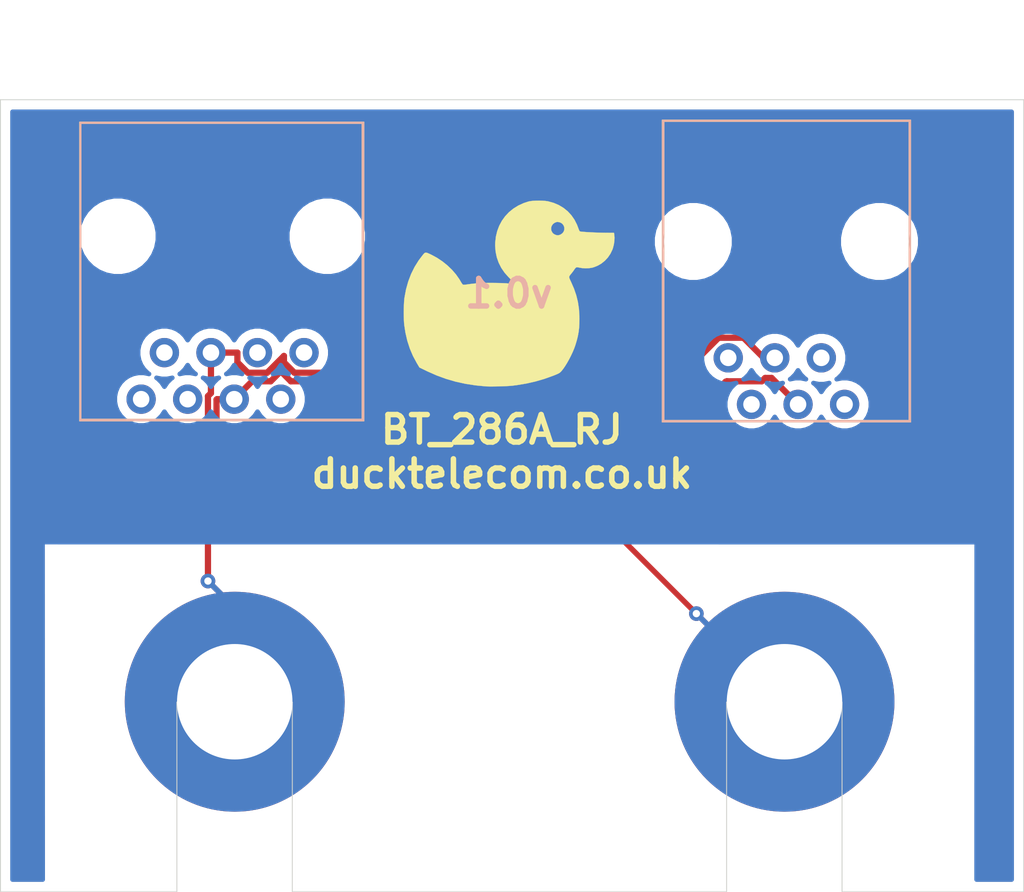
<source format=kicad_pcb>
(kicad_pcb (version 20171130) (host pcbnew "(5.1.10-1-10_14)")

  (general
    (thickness 1.6)
    (drawings 14)
    (tracks 187)
    (zones 0)
    (modules 4)
    (nets 13)
  )

  (page A4)
  (layers
    (0 F.Cu signal)
    (31 B.Cu signal)
    (32 B.Adhes user)
    (33 F.Adhes user)
    (34 B.Paste user)
    (35 F.Paste user)
    (36 B.SilkS user)
    (37 F.SilkS user)
    (38 B.Mask user)
    (39 F.Mask user)
    (40 Dwgs.User user)
    (41 Cmts.User user)
    (42 Eco1.User user)
    (43 Eco2.User user)
    (44 Edge.Cuts user)
    (45 Margin user)
    (46 B.CrtYd user)
    (47 F.CrtYd user)
    (48 B.Fab user)
    (49 F.Fab user)
  )

  (setup
    (last_trace_width 0.127)
    (user_trace_width 0.3)
    (user_trace_width 0.34)
    (user_trace_width 0.8)
    (trace_clearance 0.127)
    (zone_clearance 0.508)
    (zone_45_only no)
    (trace_min 0.127)
    (via_size 0.8)
    (via_drill 0.4)
    (via_min_size 0.4)
    (via_min_drill 0.3)
    (uvia_size 0.3)
    (uvia_drill 0.1)
    (uvias_allowed no)
    (uvia_min_size 0.2)
    (uvia_min_drill 0.1)
    (edge_width 0.05)
    (segment_width 0.2)
    (pcb_text_width 0.3)
    (pcb_text_size 1.5 1.5)
    (mod_edge_width 0.12)
    (mod_text_size 1 1)
    (mod_text_width 0.15)
    (pad_size 12 12)
    (pad_drill 6.3)
    (pad_to_mask_clearance 0)
    (aux_axis_origin 0 0)
    (visible_elements FFFFFF7F)
    (pcbplotparams
      (layerselection 0x010fc_ffffffff)
      (usegerberextensions true)
      (usegerberattributes true)
      (usegerberadvancedattributes true)
      (creategerberjobfile true)
      (excludeedgelayer true)
      (linewidth 0.100000)
      (plotframeref false)
      (viasonmask false)
      (mode 1)
      (useauxorigin false)
      (hpglpennumber 1)
      (hpglpenspeed 20)
      (hpglpendiameter 15.000000)
      (psnegative false)
      (psa4output false)
      (plotreference true)
      (plotvalue true)
      (plotinvisibletext false)
      (padsonsilk false)
      (subtractmaskfromsilk true)
      (outputformat 1)
      (mirror false)
      (drillshape 0)
      (scaleselection 1)
      (outputdirectory "/Users/matthew/Documents/KicadExports/BT_286A_RJ/"))
  )

  (net 0 "")
  (net 1 "Net-(J1-Pad7)")
  (net 2 "Net-(J1-Pad3)")
  (net 3 "Net-(J1-Pad1)")
  (net 4 "Net-(J1-Pad2)")
  (net 5 "Net-(J1-Pad6)")
  (net 6 "Net-(J1-Pad8)")
  (net 7 "Net-(J3-Pad5)")
  (net 8 "Net-(J3-Pad1)")
  (net 9 "Net-(J3-Pad2)")
  (net 10 "Net-(J3-Pad6)")
  (net 11 /TEL+)
  (net 12 /TEL-)

  (net_class Default "This is the default net class."
    (clearance 0.127)
    (trace_width 0.127)
    (via_dia 0.8)
    (via_drill 0.4)
    (uvia_dia 0.3)
    (uvia_drill 0.1)
    (diff_pair_width 0.2)
    (diff_pair_gap 0.1)
    (add_net /TEL+)
    (add_net /TEL-)
    (add_net "Net-(J1-Pad1)")
    (add_net "Net-(J1-Pad2)")
    (add_net "Net-(J1-Pad3)")
    (add_net "Net-(J1-Pad6)")
    (add_net "Net-(J1-Pad7)")
    (add_net "Net-(J1-Pad8)")
    (add_net "Net-(J3-Pad1)")
    (add_net "Net-(J3-Pad2)")
    (add_net "Net-(J3-Pad5)")
    (add_net "Net-(J3-Pad6)")
  )

  (module Ali_Footprint_Libraries:duck (layer F.Cu) (tedit 0) (tstamp 614C0AA7)
    (at 142.63878 48.16094)
    (fp_text reference Ref** (at 0 0) (layer F.SilkS) hide
      (effects (font (size 1.27 1.27) (thickness 0.15)))
    )
    (fp_text value Val** (at 0 0) (layer F.SilkS) hide
      (effects (font (size 1.27 1.27) (thickness 0.15)))
    )
    (fp_poly (pts (xy 3.9712 10.702812) (xy 4.128754 10.713908) (xy 4.2633 10.73186) (xy 4.296834 10.738439)
      (xy 4.599136 10.823609) (xy 4.878102 10.943347) (xy 5.132086 11.096198) (xy 5.359446 11.280704)
      (xy 5.558534 11.495406) (xy 5.727708 11.738847) (xy 5.865322 12.009569) (xy 5.933622 12.189136)
      (xy 5.962326 12.267492) (xy 5.990229 12.331711) (xy 6.011954 12.369611) (xy 6.014517 12.372436)
      (xy 6.044339 12.381853) (xy 6.111486 12.391701) (xy 6.210956 12.401705) (xy 6.337748 12.411588)
      (xy 6.486859 12.421075) (xy 6.653287 12.429891) (xy 6.832029 12.437759) (xy 7.018085 12.444404)
      (xy 7.206452 12.44955) (xy 7.392127 12.452921) (xy 7.492644 12.453928) (xy 7.883872 12.456584)
      (xy 7.898883 12.54125) (xy 7.914335 12.712681) (xy 7.906203 12.904764) (xy 7.87607 13.104109)
      (xy 7.825522 13.297329) (xy 7.80124 13.366491) (xy 7.695246 13.590023) (xy 7.555595 13.796108)
      (xy 7.387615 13.978804) (xy 7.196633 14.132167) (xy 7.024532 14.232892) (xy 6.921465 14.279386)
      (xy 6.812468 14.32146) (xy 6.714959 14.352639) (xy 6.678084 14.361682) (xy 6.504647 14.385754)
      (xy 6.317478 14.391215) (xy 6.136116 14.378129) (xy 6.030137 14.359603) (xy 5.94952 14.344309)
      (xy 5.87981 14.336437) (xy 5.835895 14.337657) (xy 5.835458 14.337766) (xy 5.798775 14.361667)
      (xy 5.754092 14.410373) (xy 5.725669 14.450737) (xy 5.677192 14.522173) (xy 5.615594 14.60521)
      (xy 5.565104 14.668552) (xy 5.505389 14.740433) (xy 5.465186 14.794988) (xy 5.444081 14.841517)
      (xy 5.44166 14.889319) (xy 5.45751 14.947695) (xy 5.491216 15.025944) (xy 5.542364 15.133366)
      (xy 5.544237 15.13729) (xy 5.703821 15.504639) (xy 5.826839 15.864226) (xy 5.915328 16.225089)
      (xy 5.971323 16.596266) (xy 5.996862 16.986794) (xy 5.999001 17.155584) (xy 5.994212 17.422589)
      (xy 5.979282 17.660867) (xy 5.952219 17.883232) (xy 5.91103 18.102499) (xy 5.853722 18.331482)
      (xy 5.778302 18.582996) (xy 5.775834 18.590726) (xy 5.712161 18.768848) (xy 5.631655 18.961088)
      (xy 5.538353 19.160055) (xy 5.43629 19.35836) (xy 5.329502 19.548612) (xy 5.222024 19.723422)
      (xy 5.117894 19.875399) (xy 5.021146 19.997152) (xy 4.988343 20.032737) (xy 4.948991 20.069782)
      (xy 4.904574 20.102566) (xy 4.847731 20.134954) (xy 4.771099 20.17081) (xy 4.667317 20.213999)
      (xy 4.569217 20.252753) (xy 4.088672 20.424683) (xy 3.604934 20.565851) (xy 3.108584 20.678562)
      (xy 2.590198 20.765122) (xy 2.3495 20.795891) (xy 2.243064 20.805802) (xy 2.104414 20.814981)
      (xy 1.942303 20.823185) (xy 1.765484 20.83017) (xy 1.582711 20.83569) (xy 1.402736 20.839501)
      (xy 1.234313 20.841358) (xy 1.086194 20.841017) (xy 0.967134 20.838233) (xy 0.92075 20.835816)
      (xy 0.337336 20.780577) (xy -0.220498 20.694541) (xy -0.757451 20.576497) (xy -1.278223 20.425234)
      (xy -1.787514 20.239542) (xy -2.290021 20.018209) (xy -2.3341 19.996972) (xy -2.73145 19.804213)
      (xy -2.878507 19.558267) (xy -3.084117 19.176235) (xy -3.254896 18.775429) (xy -3.391622 18.35349)
      (xy -3.495075 17.908057) (xy -3.55927 17.49425) (xy -3.571857 17.356458) (xy -3.580618 17.187691)
      (xy -3.585626 16.997591) (xy -3.586953 16.795802) (xy -3.584673 16.591966) (xy -3.578858 16.395724)
      (xy -3.569581 16.216721) (xy -3.556917 16.064598) (xy -3.547893 15.991417) (xy -3.462951 15.539368)
      (xy -3.34249 15.109167) (xy -3.18679 14.701463) (xy -2.996127 14.316901) (xy -2.77078 13.956129)
      (xy -2.550116 13.666184) (xy -2.498076 13.604624) (xy -2.455388 13.562448) (xy -2.414463 13.539429)
      (xy -2.367709 13.535345) (xy -2.307539 13.549968) (xy -2.226361 13.583075) (xy -2.116587 13.63444)
      (xy -2.079353 13.652226) (xy -1.773956 13.816909) (xy -1.48182 14.011317) (xy -1.208265 14.230599)
      (xy -0.958608 14.469906) (xy -0.738169 14.724389) (xy -0.552265 14.989199) (xy -0.482576 15.108104)
      (xy -0.438827 15.18212) (xy -0.397816 15.242085) (xy -0.366824 15.277598) (xy -0.361073 15.28167)
      (xy -0.317593 15.288968) (xy -0.237215 15.28562) (xy -0.125078 15.271954) (xy 0.067018 15.245324)
      (xy 0.246434 15.224628) (xy 0.422658 15.209288) (xy 0.605179 15.198727) (xy 0.803486 15.192367)
      (xy 1.027066 15.189633) (xy 1.227667 15.189655) (xy 1.39738 15.191101) (xy 1.56329 15.193891)
      (xy 1.717832 15.197797) (xy 1.853442 15.202587) (xy 1.962553 15.208031) (xy 2.037601 15.213899)
      (xy 2.042584 15.214458) (xy 2.13887 15.224332) (xy 2.203476 15.226764) (xy 2.246454 15.221402)
      (xy 2.27786 15.207893) (xy 2.280709 15.206107) (xy 2.317136 15.174422) (xy 2.329978 15.137491)
      (xy 2.317243 15.090888) (xy 2.276938 15.030184) (xy 2.207071 14.950951) (xy 2.131239 14.8739)
      (xy 1.914378 14.630884) (xy 1.734484 14.367915) (xy 1.592342 14.087018) (xy 1.488736 13.790218)
      (xy 1.424453 13.479541) (xy 1.400276 13.157012) (xy 1.403257 12.996334) (xy 1.439066 12.669287)
      (xy 1.512872 12.359109) (xy 1.583332 12.172786) (xy 4.455387 12.172786) (xy 4.455478 12.282179)
      (xy 4.475522 12.351076) (xy 4.523108 12.442369) (xy 4.582767 12.505503) (xy 4.66725 12.554358)
      (xy 4.771186 12.58799) (xy 4.868396 12.585832) (xy 4.972839 12.54753) (xy 4.974803 12.546542)
      (xy 5.074005 12.475508) (xy 5.141439 12.383501) (xy 5.17579 12.278401) (xy 5.175746 12.168092)
      (xy 5.139993 12.060455) (xy 5.071311 11.967411) (xy 4.987355 11.907091) (xy 4.886644 11.869671)
      (xy 4.786092 11.86064) (xy 4.755437 11.864907) (xy 4.644207 11.907061) (xy 4.554173 11.977545)
      (xy 4.489759 12.068681) (xy 4.455387 12.172786) (xy 1.583332 12.172786) (xy 1.62301 12.067864)
      (xy 1.767814 11.797617) (xy 1.945621 11.550432) (xy 2.154767 11.328373) (xy 2.393587 11.133505)
      (xy 2.660416 10.967891) (xy 2.953591 10.833597) (xy 3.216682 10.747138) (xy 3.327115 10.725256)
      (xy 3.468595 10.709795) (xy 3.63031 10.700842) (xy 3.801448 10.698486) (xy 3.9712 10.702812)) (layer F.SilkS) (width 0.01))
  )

  (module Ali_Footprint_Libraries:BT_286A_TERMINALS (layer F.Cu) (tedit 614B7E45) (tstamp 614A8B29)
    (at 144.82826 86.20506)
    (path /614A3B16)
    (fp_text reference J2 (at 0.0508 7.0739) (layer F.SilkS) hide
      (effects (font (size 1 1) (thickness 0.15)))
    )
    (fp_text value Conn_01x02_Male (at 0.0508 -7.2644) (layer F.SilkS) hide
      (effects (font (size 1 1) (thickness 0.15)))
    )
    (fp_line (start -25.3 -8.525) (end 25.3 -8.525) (layer F.CrtYd) (width 0.12))
    (fp_line (start -25.3 8.525) (end 25.3 8.525) (layer B.CrtYd) (width 0.12))
    (fp_line (start 25.3 -8.525) (end 25.3 8.525) (layer B.CrtYd) (width 0.12))
    (fp_line (start -25.3 -8.525) (end -25.3 8.525) (layer B.CrtYd) (width 0.12))
    (fp_line (start -25.3 -8.525) (end -25.3 8.525) (layer F.CrtYd) (width 0.12))
    (fp_line (start 25.3 -8.525) (end 25.3 8.525) (layer F.CrtYd) (width 0.12))
    (fp_line (start -25.3 -8.525) (end 25.3 -8.525) (layer F.CrtYd) (width 0.12))
    (fp_line (start -25.3 8.525) (end 25.3 8.525) (layer F.CrtYd) (width 0.12))
    (pad 1 thru_hole circle (at -15 0) (size 12 12) (drill 6.3) (layers *.Cu *.Mask)
      (net 11 /TEL+))
    (pad 2 thru_hole circle (at 15 0) (size 12 12) (drill 6.3) (layers *.Cu *.Mask)
      (net 12 /TEL-))
  )

  (module Ali_Footprint_Libraries:AliExpress_Horizontal_RJ45 (layer F.Cu) (tedit 61490C90) (tstamp 614A8B1B)
    (at 129.14122 63.15202 180)
    (path /614A4D6D)
    (fp_text reference J1 (at 0.508 -9.652) (layer F.SilkS) hide
      (effects (font (size 1.27 1.27) (thickness 0.15)))
    )
    (fp_text value RJ45 (at 0.508 1.778) (layer F.SilkS) hide
      (effects (font (size 1.27 1.27) (thickness 0.15)))
    )
    (fp_poly (pts (xy 8.043334 8.847667) (xy -8.001 8.847667) (xy -8.001 -7.874) (xy -7.874 -7.874)
      (xy -7.874 8.720667) (xy 7.916334 8.720667) (xy 7.916334 -7.874) (xy -7.874 -7.874)
      (xy -8.001 -7.874) (xy -8.001 -8.001) (xy 8.043334 -8.001) (xy 8.043334 8.847667)) (layer B.CrtYd) (width 0.01))
    (fp_poly (pts (xy 7.789334 8.593667) (xy -7.747 8.593667) (xy -7.747 -7.62) (xy -7.62 -7.62)
      (xy -7.62 8.487834) (xy 7.6835 8.487834) (xy 7.6835 -7.62) (xy -7.62 -7.62)
      (xy -7.747 -7.62) (xy -7.747 -7.747) (xy 7.789334 -7.747) (xy 7.789334 8.593667)) (layer B.SilkS) (width 0.01))
    (fp_poly (pts (xy 8.043334 8.847667) (xy -8.001 8.847667) (xy -8.001 -7.874) (xy -7.874 -7.874)
      (xy -7.874 8.720667) (xy 7.916334 8.720667) (xy 7.916334 -7.874) (xy -7.874 -7.874)
      (xy -8.001 -7.874) (xy -8.001 -8.001) (xy 8.043334 -8.001) (xy 8.043334 8.847667)) (layer F.CrtYd) (width 0.01))
    (fp_poly (pts (xy 7.789334 8.593667) (xy -7.747 8.593667) (xy -7.747 -7.62) (xy -7.62 -7.62)
      (xy -7.62 8.487834) (xy 7.6835 8.487834) (xy 7.6835 -7.62) (xy -7.62 -7.62)
      (xy -7.747 -7.62) (xy -7.747 -7.747) (xy 7.789334 -7.747) (xy 7.789334 8.593667)) (layer F.SilkS) (width 0.01))
    (pad "" np_thru_hole circle (at -5.738649 2.347993 180) (size 3.1 3.1) (drill 3.1) (layers *.Cu *.Mask))
    (pad "" np_thru_hole circle (at 5.691351 2.347993 180) (size 3.1 3.1) (drill 3.1) (layers *.Cu *.Mask))
    (pad 7 thru_hole circle (at 3.15135 -4.002005 180) (size 1.6 1.6) (drill 0.9) (layers *.Cu *.Mask)
      (net 1 "Net-(J1-Pad7)"))
    (pad 5 thru_hole circle (at 0.611349 -4.002005 180) (size 1.6 1.6) (drill 0.9) (layers *.Cu *.Mask)
      (net 11 /TEL+))
    (pad 3 thru_hole circle (at -1.928652 -4.002005 180) (size 1.6 1.6) (drill 0.9) (layers *.Cu *.Mask)
      (net 2 "Net-(J1-Pad3)"))
    (pad 1 thru_hole circle (at -4.468653 -4.002005 180) (size 1.6 1.6) (drill 0.9) (layers *.Cu *.Mask)
      (net 3 "Net-(J1-Pad1)"))
    (pad 2 thru_hole circle (at -3.198656 -6.541998 180) (size 1.6 1.6) (drill 0.9) (layers *.Cu *.Mask)
      (net 4 "Net-(J1-Pad2)"))
    (pad 4 thru_hole circle (at -0.658655 -6.541998 180) (size 1.6 1.6) (drill 0.9) (layers *.Cu *.Mask)
      (net 12 /TEL-))
    (pad 6 thru_hole circle (at 1.881346 -6.541998 180) (size 1.6 1.6) (drill 0.9) (layers *.Cu *.Mask)
      (net 5 "Net-(J1-Pad6)"))
    (pad 8 thru_hole circle (at 4.421351 -6.541998 180) (size 1.6 1.6) (drill 0.9) (layers *.Cu *.Mask)
      (net 6 "Net-(J1-Pad8)"))
  )

  (module Ali_Footprint_Libraries:AliExpress_Horizontal_RJ11 (layer F.Cu) (tedit 61490CC4) (tstamp 614A7F60)
    (at 160.16478 63.57112 180)
    (path /614A444F)
    (fp_text reference J3 (at 0.4953 -8.9281) (layer F.SilkS) hide
      (effects (font (size 1.27 1.27) (thickness 0.15)))
    )
    (fp_text value RJ12 (at 0.7112 2.5654) (layer F.SilkS) hide
      (effects (font (size 1.27 1.27) (thickness 0.15)))
    )
    (fp_poly (pts (xy 7.890934 9.292167) (xy -7.433733 9.292167) (xy -7.433733 -7.4295) (xy -7.306733 -7.4295)
      (xy -7.306733 9.165167) (xy 7.763934 9.165167) (xy 7.763934 -7.4295) (xy -7.306733 -7.4295)
      (xy -7.433733 -7.4295) (xy -7.433733 -7.5565) (xy 7.890934 -7.5565) (xy 7.890934 9.292167)) (layer B.CrtYd) (width 0.01))
    (fp_poly (pts (xy 7.0231 9.122834) (xy -6.5659 9.122834) (xy -6.5659 -7.260166) (xy -6.4389 -7.260166)
      (xy -6.4389 9.017) (xy 6.8961 9.017) (xy 6.8961 -7.260166) (xy -6.4389 -7.260166)
      (xy -6.5659 -7.260166) (xy -6.5659 -7.387166) (xy 7.0231 -7.387166) (xy 7.0231 9.122834)) (layer B.SilkS) (width 0.01))
    (fp_poly (pts (xy 7.890934 9.292167) (xy -7.433733 9.292167) (xy -7.433733 -7.4295) (xy -7.306733 -7.4295)
      (xy -7.306733 9.165167) (xy 7.763934 9.165167) (xy 7.763934 -7.4295) (xy -7.306733 -7.4295)
      (xy -7.433733 -7.4295) (xy -7.433733 -7.5565) (xy 7.890934 -7.5565) (xy 7.890934 9.292167)) (layer F.CrtYd) (width 0.01))
    (fp_poly (pts (xy 7.0231 9.122834) (xy -6.5659 9.122834) (xy -6.5659 -7.260166) (xy -6.4389 -7.260166)
      (xy -6.4389 9.017) (xy 6.8961 9.017) (xy 6.8961 -7.260166) (xy -6.4389 -7.260166)
      (xy -6.5659 -7.260166) (xy -6.5659 -7.387166) (xy 7.0231 -7.387166) (xy 7.0231 9.122834)) (layer F.SilkS) (width 0.01))
    (pad 5 thru_hole circle (at 2.136824 -6.408001 180) (size 1.6 1.6) (drill 0.9) (layers *.Cu *.Mask)
      (net 7 "Net-(J3-Pad5)"))
    (pad 3 thru_hole circle (at -0.403177 -6.408001 180) (size 1.6 1.6) (drill 0.9) (layers *.Cu *.Mask)
      (net 12 /TEL-))
    (pad 1 thru_hole circle (at -2.943178 -6.408001 180) (size 1.6 1.6) (drill 0.9) (layers *.Cu *.Mask)
      (net 8 "Net-(J3-Pad1)"))
    (pad 2 thru_hole circle (at -1.673174 -3.868007 180) (size 1.6 1.6) (drill 0.9) (layers *.Cu *.Mask)
      (net 9 "Net-(J3-Pad2)"))
    (pad 4 thru_hole circle (at 0.866827 -3.868007 180) (size 1.6 1.6) (drill 0.9) (layers *.Cu *.Mask)
      (net 11 /TEL+))
    (pad 6 thru_hole circle (at 3.406828 -3.868007 180) (size 1.6 1.6) (drill 0.9) (layers *.Cu *.Mask)
      (net 10 "Net-(J3-Pad6)"))
    (pad "" np_thru_hole circle (at -4.848177 2.482002 180) (size 3.180007 3.180007) (drill 3.180007) (layers *.Cu *.Mask))
    (pad "" np_thru_hole circle (at 5.311827 2.482002 180) (size 3.180007 3.180007) (drill 3.180007) (layers *.Cu *.Mask))
  )

  (gr_text v0.1 (at 144.78508 63.92926) (layer B.SilkS)
    (effects (font (size 1.5 1.5) (thickness 0.3)) (justify mirror))
  )
  (gr_text "BT_286A_RJ\nducktelecom.co.uk" (at 144.40408 72.56272) (layer F.SilkS)
    (effects (font (size 1.5 1.5) (thickness 0.3)))
  )
  (gr_line (start 156.6698 86.23046) (end 162.9698 86.233) (layer Edge.Cuts) (width 0.05) (tstamp 614B80F7))
  (gr_line (start 126.6698 86.23046) (end 132.9698 86.233) (layer Edge.Cuts) (width 0.05) (tstamp 614B80E0))
  (gr_line (start 156.6698 86.23046) (end 156.6698 96.56572) (layer Edge.Cuts) (width 0.05) (tstamp 614B8017))
  (gr_line (start 162.9698 86.233) (end 162.9698 96.56826) (layer Edge.Cuts) (width 0.05) (tstamp 614B8017))
  (gr_line (start 126.6698 86.23046) (end 126.6698 96.56572) (layer Edge.Cuts) (width 0.05) (tstamp 614B7FA6))
  (gr_line (start 126.6698 96.56826) (end 117.0432 96.56826) (layer Edge.Cuts) (width 0.05) (tstamp 614A84D0))
  (gr_line (start 132.9698 86.233) (end 132.9698 96.56826) (layer Edge.Cuts) (width 0.05))
  (gr_line (start 156.6698 96.56826) (end 132.9698 96.56826) (layer Edge.Cuts) (width 0.05) (tstamp 614A85FC))
  (gr_line (start 172.88256 53.3527) (end 117.0432 53.3527) (layer Edge.Cuts) (width 0.05) (tstamp 614A8482))
  (gr_line (start 117.0432 53.3527) (end 117.0432 96.56826) (layer Edge.Cuts) (width 0.05))
  (gr_line (start 162.9698 96.56826) (end 172.88256 96.56826) (layer Edge.Cuts) (width 0.05) (tstamp 614A8300))
  (gr_line (start 172.88256 53.3527) (end 172.88256 96.56826) (layer Edge.Cuts) (width 0.05))

  (segment (start 158.688401 67.439127) (end 159.297953 67.439127) (width 0.34) (layer F.Cu) (net 11))
  (segment (start 156.231391 66.342126) (end 157.5914 66.342126) (width 0.34) (layer F.Cu) (net 11))
  (segment (start 154.322491 68.251026) (end 156.231391 66.342126) (width 0.34) (layer F.Cu) (net 11))
  (segment (start 133.083312 68.251026) (end 154.322491 68.251026) (width 0.34) (layer F.Cu) (net 11))
  (segment (start 132.512872 67.680586) (end 133.083312 68.251026) (width 0.34) (layer F.Cu) (net 11))
  (segment (start 132.512872 67.334587) (end 132.512872 67.680586) (width 0.34) (layer F.Cu) (net 11))
  (segment (start 131.596433 68.251026) (end 132.512872 67.334587) (width 0.34) (layer F.Cu) (net 11))
  (segment (start 129.972871 67.154025) (end 129.972871 67.680586) (width 0.34) (layer F.Cu) (net 11))
  (segment (start 130.543311 68.251026) (end 131.596433 68.251026) (width 0.34) (layer F.Cu) (net 11))
  (segment (start 157.5914 66.342126) (end 158.688401 67.439127) (width 0.34) (layer F.Cu) (net 11))
  (segment (start 128.529871 67.154025) (end 129.972871 67.154025) (width 0.34) (layer F.Cu) (net 11))
  (segment (start 129.972871 67.680586) (end 130.543311 68.251026) (width 0.34) (layer F.Cu) (net 11))
  (segment (start 128.3667 84.7435) (end 129.82826 86.20506) (width 0.34) (layer F.Cu) (net 11))
  (segment (start 128.3667 77.232348) (end 128.3667 79.61866) (width 0.34) (layer F.Cu) (net 11))
  (segment (start 128.363013 77.199625) (end 128.3667 77.232348) (width 0.34) (layer F.Cu) (net 11))
  (segment (start 128.352137 77.168543) (end 128.363013 77.199625) (width 0.34) (layer F.Cu) (net 11))
  (segment (start 128.252368 77.08898) (end 128.28345 77.099856) (width 0.34) (layer F.Cu) (net 11))
  (segment (start 128.186923 77.081607) (end 128.252368 77.08898) (width 0.34) (layer F.Cu) (net 11))
  (segment (start 128.104674 77.029926) (end 128.127959 77.053211) (width 0.34) (layer F.Cu) (net 11))
  (segment (start 128.087154 77.002044) (end 128.104674 77.029926) (width 0.34) (layer F.Cu) (net 11))
  (segment (start 128.072592 76.93824) (end 128.076278 76.970962) (width 0.34) (layer F.Cu) (net 11))
  (segment (start 128.072592 76.552348) (end 128.072592 76.93824) (width 0.34) (layer F.Cu) (net 11))
  (segment (start 128.076278 76.519625) (end 128.072592 76.552348) (width 0.34) (layer F.Cu) (net 11))
  (segment (start 128.087154 76.488543) (end 128.076278 76.519625) (width 0.34) (layer F.Cu) (net 11))
  (segment (start 128.104674 76.460661) (end 128.087154 76.488543) (width 0.34) (layer F.Cu) (net 11))
  (segment (start 128.186923 76.40898) (end 128.155841 76.419856) (width 0.34) (layer F.Cu) (net 11))
  (segment (start 128.252368 76.401607) (end 128.186923 76.40898) (width 0.34) (layer F.Cu) (net 11))
  (segment (start 128.28345 76.390731) (end 128.252368 76.401607) (width 0.34) (layer F.Cu) (net 11))
  (segment (start 128.334617 76.349926) (end 128.311332 76.373211) (width 0.34) (layer F.Cu) (net 11))
  (segment (start 128.334617 77.140661) (end 128.352137 77.168543) (width 0.34) (layer F.Cu) (net 11))
  (segment (start 128.363013 76.290962) (end 128.352137 76.322044) (width 0.34) (layer F.Cu) (net 11))
  (segment (start 128.3667 75.54196) (end 128.3667 76.25824) (width 0.34) (layer F.Cu) (net 11))
  (segment (start 128.358176 75.466302) (end 128.3667 75.54196) (width 0.34) (layer F.Cu) (net 11))
  (segment (start 128.155841 77.070731) (end 128.186923 77.081607) (width 0.34) (layer F.Cu) (net 11))
  (segment (start 128.127959 76.437376) (end 128.104674 76.460661) (width 0.34) (layer F.Cu) (net 11))
  (segment (start 128.292523 75.329973) (end 128.33303 75.394439) (width 0.34) (layer F.Cu) (net 11))
  (segment (start 128.174221 75.23563) (end 128.238687 75.276137) (width 0.34) (layer F.Cu) (net 11))
  (segment (start 128.311332 76.373211) (end 128.28345 76.390731) (width 0.34) (layer F.Cu) (net 11))
  (segment (start 128.0267 75.20196) (end 128.102358 75.210484) (width 0.34) (layer F.Cu) (net 11))
  (segment (start 122.722129 75.20196) (end 128.0267 75.20196) (width 0.34) (layer F.Cu) (net 11))
  (segment (start 122.574609 75.168289) (end 122.646472 75.193435) (width 0.34) (layer F.Cu) (net 11))
  (segment (start 122.510143 75.127782) (end 122.574609 75.168289) (width 0.34) (layer F.Cu) (net 11))
  (segment (start 122.456307 75.073946) (end 122.510143 75.127782) (width 0.34) (layer F.Cu) (net 11))
  (segment (start 122.510143 74.596137) (end 122.456307 74.649973) (width 0.34) (layer F.Cu) (net 11))
  (segment (start 128.311332 77.117376) (end 128.334617 77.140661) (width 0.34) (layer F.Cu) (net 11))
  (segment (start 128.076278 76.970962) (end 128.087154 77.002044) (width 0.34) (layer F.Cu) (net 11))
  (segment (start 122.4158 75.00948) (end 122.456307 75.073946) (width 0.34) (layer F.Cu) (net 11))
  (segment (start 122.574609 74.55563) (end 122.510143 74.596137) (width 0.34) (layer F.Cu) (net 11))
  (segment (start 122.646472 74.530484) (end 122.574609 74.55563) (width 0.34) (layer F.Cu) (net 11))
  (segment (start 122.722129 73.32196) (end 122.646472 73.330484) (width 0.34) (layer F.Cu) (net 11))
  (segment (start 122.390654 73.586302) (end 122.382129 73.66196) (width 0.34) (layer F.Cu) (net 11))
  (segment (start 128.0267 74.52196) (end 122.722129 74.52196) (width 0.34) (layer F.Cu) (net 11))
  (segment (start 122.390654 74.937617) (end 122.4158 75.00948) (width 0.34) (layer F.Cu) (net 11))
  (segment (start 128.102358 74.513435) (end 128.0267 74.52196) (width 0.34) (layer F.Cu) (net 11))
  (segment (start 122.4158 74.714439) (end 122.390654 74.786302) (width 0.34) (layer F.Cu) (net 11))
  (segment (start 128.238687 74.447782) (end 128.174221 74.488289) (width 0.34) (layer F.Cu) (net 11))
  (segment (start 128.102358 75.210484) (end 128.174221 75.23563) (width 0.34) (layer F.Cu) (net 11))
  (segment (start 128.33303 74.32948) (end 128.292523 74.393946) (width 0.34) (layer F.Cu) (net 11))
  (segment (start 128.352137 76.322044) (end 128.334617 76.349926) (width 0.34) (layer F.Cu) (net 11))
  (segment (start 128.358176 74.266302) (end 128.3667 74.34196) (width 0.34) (layer F.Cu) (net 11))
  (segment (start 122.4158 73.80948) (end 122.456307 73.873946) (width 0.34) (layer F.Cu) (net 11))
  (segment (start 128.33303 74.194439) (end 128.358176 74.266302) (width 0.34) (layer F.Cu) (net 11))
  (segment (start 128.102358 74.010484) (end 128.174221 74.03563) (width 0.34) (layer F.Cu) (net 11))
  (segment (start 128.174221 74.488289) (end 128.102358 74.513435) (width 0.34) (layer F.Cu) (net 11))
  (segment (start 122.722129 74.52196) (end 122.646472 74.530484) (width 0.34) (layer F.Cu) (net 11))
  (segment (start 128.292523 74.129973) (end 128.33303 74.194439) (width 0.34) (layer F.Cu) (net 11))
  (segment (start 128.127959 77.053211) (end 128.155841 77.070731) (width 0.34) (layer F.Cu) (net 11))
  (segment (start 128.33303 75.394439) (end 128.358176 75.466302) (width 0.34) (layer F.Cu) (net 11))
  (segment (start 128.292523 74.393946) (end 128.238687 74.447782) (width 0.34) (layer F.Cu) (net 11))
  (segment (start 122.510143 73.927782) (end 122.574609 73.968289) (width 0.34) (layer F.Cu) (net 11))
  (segment (start 128.0267 74.00196) (end 128.102358 74.010484) (width 0.34) (layer F.Cu) (net 11))
  (segment (start 122.722129 74.00196) (end 128.0267 74.00196) (width 0.34) (layer F.Cu) (net 11))
  (segment (start 122.646472 73.993435) (end 122.722129 74.00196) (width 0.34) (layer F.Cu) (net 11))
  (segment (start 122.574609 73.968289) (end 122.646472 73.993435) (width 0.34) (layer F.Cu) (net 11))
  (segment (start 122.382129 74.86196) (end 122.390654 74.937617) (width 0.34) (layer F.Cu) (net 11))
  (segment (start 122.4158 73.514439) (end 122.390654 73.586302) (width 0.34) (layer F.Cu) (net 11))
  (segment (start 128.3667 76.25824) (end 128.363013 76.290962) (width 0.34) (layer F.Cu) (net 11))
  (segment (start 128.358176 73.057617) (end 128.33303 73.12948) (width 0.34) (layer F.Cu) (net 11))
  (segment (start 122.390654 74.786302) (end 122.382129 74.86196) (width 0.34) (layer F.Cu) (net 11))
  (segment (start 128.529871 67.154025) (end 128.529871 69.363799) (width 0.34) (layer F.Cu) (net 11))
  (segment (start 122.456307 73.873946) (end 122.510143 73.927782) (width 0.34) (layer F.Cu) (net 11))
  (segment (start 122.574609 73.35563) (end 122.510143 73.396137) (width 0.34) (layer F.Cu) (net 11))
  (segment (start 122.510143 73.396137) (end 122.456307 73.449973) (width 0.34) (layer F.Cu) (net 11))
  (segment (start 122.646472 73.330484) (end 122.574609 73.35563) (width 0.34) (layer F.Cu) (net 11))
  (segment (start 128.155841 76.419856) (end 128.127959 76.437376) (width 0.34) (layer F.Cu) (net 11))
  (segment (start 128.3667 74.34196) (end 128.3667 74.18196) (width 0.34) (layer F.Cu) (net 11))
  (segment (start 128.529871 69.363799) (end 128.3667 69.52697) (width 0.34) (layer F.Cu) (net 11))
  (segment (start 122.390654 73.737617) (end 122.4158 73.80948) (width 0.34) (layer F.Cu) (net 11))
  (segment (start 128.238687 75.276137) (end 128.292523 75.329973) (width 0.34) (layer F.Cu) (net 11))
  (segment (start 128.238687 74.076137) (end 128.292523 74.129973) (width 0.34) (layer F.Cu) (net 11))
  (segment (start 122.646472 75.193435) (end 122.722129 75.20196) (width 0.34) (layer F.Cu) (net 11))
  (segment (start 128.174221 73.288289) (end 128.102358 73.313435) (width 0.34) (layer F.Cu) (net 11))
  (segment (start 122.456307 73.449973) (end 122.4158 73.514439) (width 0.34) (layer F.Cu) (net 11))
  (segment (start 128.0267 73.32196) (end 122.722129 73.32196) (width 0.34) (layer F.Cu) (net 11))
  (segment (start 128.358176 74.257617) (end 128.33303 74.32948) (width 0.34) (layer F.Cu) (net 11))
  (segment (start 128.238687 73.247782) (end 128.174221 73.288289) (width 0.34) (layer F.Cu) (net 11))
  (segment (start 128.292523 73.193946) (end 128.238687 73.247782) (width 0.34) (layer F.Cu) (net 11))
  (segment (start 122.382129 73.66196) (end 122.390654 73.737617) (width 0.34) (layer F.Cu) (net 11))
  (segment (start 128.33303 73.12948) (end 128.292523 73.193946) (width 0.34) (layer F.Cu) (net 11))
  (segment (start 128.28345 77.099856) (end 128.311332 77.117376) (width 0.34) (layer F.Cu) (net 11))
  (segment (start 122.456307 74.649973) (end 122.4158 74.714439) (width 0.34) (layer F.Cu) (net 11))
  (segment (start 128.3667 72.98196) (end 128.358176 73.057617) (width 0.34) (layer F.Cu) (net 11))
  (segment (start 128.3667 74.18196) (end 128.358176 74.257617) (width 0.34) (layer F.Cu) (net 11))
  (segment (start 128.174221 74.03563) (end 128.238687 74.076137) (width 0.34) (layer F.Cu) (net 11))
  (segment (start 128.3667 69.52697) (end 128.3667 72.98196) (width 0.34) (layer F.Cu) (net 11))
  (segment (start 128.102358 73.313435) (end 128.0267 73.32196) (width 0.34) (layer F.Cu) (net 11))
  (via (at 128.3667 79.61866) (size 0.8) (drill 0.4) (layers F.Cu B.Cu) (net 11) (status 1000000))
  (segment (start 129.82837 81.08033) (end 129.82837 85.929724) (width 0.3) (layer B.Cu) (net 11))
  (segment (start 128.3667 79.61866) (end 129.82837 81.08033) (width 0.3) (layer B.Cu) (net 11))
  (segment (start 129.82837 81.08033) (end 129.82837 85.929724) (width 0.3) (layer F.Cu) (net 11))
  (segment (start 128.3667 79.61866) (end 129.82837 81.08033) (width 0.3) (layer F.Cu) (net 11))
  (segment (start 128.8337 77.3) (end 150.9232 77.3) (width 0.3) (layer F.Cu) (net 12))
  (segment (start 150.9232 77.3) (end 155.01939 81.39619) (width 0.3) (layer F.Cu) (net 12))
  (segment (start 159.552813 85.929613) (end 159.82837 85.929724) (width 0.3) (layer F.Cu) (net 12))
  (segment (start 128.86009 69.694018) (end 129.799875 69.694018) (width 0.34) (layer F.Cu) (net 12))
  (segment (start 128.8337 69.720408) (end 128.86009 69.694018) (width 0.34) (layer F.Cu) (net 12))
  (segment (start 128.8337 77.3) (end 128.8337 69.720408) (width 0.34) (layer F.Cu) (net 12))
  (segment (start 156.63898 68.732579) (end 156.670062 68.721703) (width 0.34) (layer F.Cu) (net 12))
  (segment (start 156.570293 68.801266) (end 156.587813 68.773384) (width 0.34) (layer F.Cu) (net 12))
  (segment (start 156.523648 68.956757) (end 156.541168 68.928875) (width 0.34) (layer F.Cu) (net 12))
  (segment (start 156.500363 68.980042) (end 156.523648 68.956757) (width 0.34) (layer F.Cu) (net 12))
  (segment (start 156.441399 69.008438) (end 156.472481 68.997562) (width 0.34) (layer F.Cu) (net 12))
  (segment (start 156.702785 68.718017) (end 158.589503 68.718017) (width 0.34) (layer F.Cu) (net 12))
  (segment (start 156.408677 69.012125) (end 156.441399 69.008438) (width 0.34) (layer F.Cu) (net 12))
  (segment (start 156.022785 69.012125) (end 156.408677 69.012125) (width 0.34) (layer F.Cu) (net 12))
  (segment (start 155.990062 69.008438) (end 156.022785 69.012125) (width 0.34) (layer F.Cu) (net 12))
  (segment (start 155.890293 68.928875) (end 155.907813 68.956757) (width 0.34) (layer F.Cu) (net 12))
  (segment (start 155.95898 68.997562) (end 155.990062 69.008438) (width 0.34) (layer F.Cu) (net 12))
  (segment (start 155.872044 68.832348) (end 155.879417 68.897793) (width 0.34) (layer F.Cu) (net 12))
  (segment (start 155.820363 68.750099) (end 155.843648 68.773384) (width 0.34) (layer F.Cu) (net 12))
  (segment (start 155.653019 68.726541) (end 155.728677 68.718017) (width 0.34) (layer F.Cu) (net 12))
  (segment (start 158.771392 68.536128) (end 159.124964 68.536128) (width 0.34) (layer F.Cu) (net 12))
  (segment (start 155.51669 68.792194) (end 155.581156 68.751687) (width 0.34) (layer F.Cu) (net 12))
  (segment (start 155.907813 68.956757) (end 155.931098 68.980042) (width 0.34) (layer F.Cu) (net 12))
  (segment (start 155.462854 68.84603) (end 155.51669 68.792194) (width 0.34) (layer F.Cu) (net 12))
  (segment (start 156.670062 68.721703) (end 156.702785 68.718017) (width 0.34) (layer F.Cu) (net 12))
  (segment (start 155.422347 68.910496) (end 155.462854 68.84603) (width 0.34) (layer F.Cu) (net 12))
  (segment (start 156.611098 68.750099) (end 156.63898 68.732579) (width 0.34) (layer F.Cu) (net 12))
  (segment (start 156.541168 68.928875) (end 156.552044 68.897793) (width 0.34) (layer F.Cu) (net 12))
  (segment (start 155.397201 68.982359) (end 155.422347 68.910496) (width 0.34) (layer F.Cu) (net 12))
  (segment (start 155.380152 69.306209) (end 155.388677 69.230552) (width 0.34) (layer F.Cu) (net 12))
  (segment (start 156.559417 68.832348) (end 156.570293 68.801266) (width 0.34) (layer F.Cu) (net 12))
  (segment (start 155.879417 68.897793) (end 155.890293 68.928875) (width 0.34) (layer F.Cu) (net 12))
  (segment (start 155.355006 69.378072) (end 155.380152 69.306209) (width 0.34) (layer F.Cu) (net 12))
  (segment (start 154.368677 68.718017) (end 154.444334 68.726541) (width 0.34) (layer F.Cu) (net 12))
  (segment (start 154.742347 69.378072) (end 154.782854 69.442538) (width 0.34) (layer F.Cu) (net 12))
  (segment (start 155.314499 69.442538) (end 155.355006 69.378072) (width 0.34) (layer F.Cu) (net 12))
  (segment (start 155.260663 69.496374) (end 155.314499 69.442538) (width 0.34) (layer F.Cu) (net 12))
  (segment (start 155.048677 69.570552) (end 155.124334 69.562027) (width 0.34) (layer F.Cu) (net 12))
  (segment (start 154.973019 69.562027) (end 155.048677 69.570552) (width 0.34) (layer F.Cu) (net 12))
  (segment (start 155.581156 68.751687) (end 155.653019 68.726541) (width 0.34) (layer F.Cu) (net 12))
  (segment (start 154.901156 69.536881) (end 154.973019 69.562027) (width 0.34) (layer F.Cu) (net 12))
  (segment (start 154.675006 68.910496) (end 154.700152 68.982359) (width 0.34) (layer F.Cu) (net 12))
  (segment (start 154.83669 69.496374) (end 154.901156 69.536881) (width 0.34) (layer F.Cu) (net 12))
  (segment (start 154.717201 69.306209) (end 154.742347 69.378072) (width 0.34) (layer F.Cu) (net 12))
  (segment (start 155.792481 68.732579) (end 155.820363 68.750099) (width 0.34) (layer F.Cu) (net 12))
  (segment (start 154.782854 69.442538) (end 154.83669 69.496374) (width 0.34) (layer F.Cu) (net 12))
  (segment (start 155.388677 69.230552) (end 155.388677 69.058017) (width 0.34) (layer F.Cu) (net 12))
  (segment (start 155.388677 69.058017) (end 155.397201 68.982359) (width 0.34) (layer F.Cu) (net 12))
  (segment (start 154.516197 68.751687) (end 154.580663 68.792194) (width 0.34) (layer F.Cu) (net 12))
  (segment (start 154.708677 69.058017) (end 154.708677 69.230552) (width 0.34) (layer F.Cu) (net 12))
  (segment (start 155.843648 68.773384) (end 155.861168 68.801266) (width 0.34) (layer F.Cu) (net 12))
  (segment (start 154.700152 68.982359) (end 154.708677 69.058017) (width 0.34) (layer F.Cu) (net 12))
  (segment (start 155.931098 68.980042) (end 155.95898 68.997562) (width 0.34) (layer F.Cu) (net 12))
  (segment (start 158.589503 68.718017) (end 158.771392 68.536128) (width 0.34) (layer F.Cu) (net 12))
  (segment (start 131.789867 68.718017) (end 132.339873 68.168011) (width 0.34) (layer F.Cu) (net 12))
  (segment (start 154.708677 69.230552) (end 154.717201 69.306209) (width 0.34) (layer F.Cu) (net 12))
  (segment (start 155.728677 68.718017) (end 155.761399 68.721703) (width 0.34) (layer F.Cu) (net 12))
  (segment (start 154.634499 68.84603) (end 154.675006 68.910496) (width 0.34) (layer F.Cu) (net 12))
  (segment (start 155.761399 68.721703) (end 155.792481 68.732579) (width 0.34) (layer F.Cu) (net 12))
  (segment (start 156.472481 68.997562) (end 156.500363 68.980042) (width 0.34) (layer F.Cu) (net 12))
  (segment (start 154.444334 68.726541) (end 154.516197 68.751687) (width 0.34) (layer F.Cu) (net 12))
  (segment (start 159.124964 68.536128) (end 160.567957 69.979121) (width 0.34) (layer F.Cu) (net 12))
  (segment (start 155.861168 68.801266) (end 155.872044 68.832348) (width 0.34) (layer F.Cu) (net 12))
  (segment (start 130.775876 68.718017) (end 131.789867 68.718017) (width 0.34) (layer F.Cu) (net 12))
  (segment (start 156.587813 68.773384) (end 156.611098 68.750099) (width 0.34) (layer F.Cu) (net 12))
  (segment (start 132.889878 68.718017) (end 154.368677 68.718017) (width 0.34) (layer F.Cu) (net 12))
  (segment (start 156.552044 68.897793) (end 156.559417 68.832348) (width 0.34) (layer F.Cu) (net 12))
  (segment (start 132.339873 68.168011) (end 132.889878 68.718017) (width 0.34) (layer F.Cu) (net 12))
  (segment (start 129.799875 69.694018) (end 130.775876 68.718017) (width 0.34) (layer F.Cu) (net 12))
  (segment (start 154.580663 68.792194) (end 154.634499 68.84603) (width 0.34) (layer F.Cu) (net 12))
  (segment (start 155.196197 69.536881) (end 155.260663 69.496374) (width 0.34) (layer F.Cu) (net 12))
  (segment (start 155.124334 69.562027) (end 155.196197 69.536881) (width 0.34) (layer F.Cu) (net 12))
  (segment (start 155.01939 81.39619) (end 159.552813 85.929613) (width 0.3) (layer F.Cu) (net 12) (tstamp 614B95CF))
  (via (at 155.01939 81.39619) (size 0.8) (drill 0.4) (layers F.Cu B.Cu) (net 12))
  (segment (start 159.552813 85.929613) (end 159.82837 85.929724) (width 0.3) (layer B.Cu) (net 12))
  (segment (start 155.01939 81.39619) (end 159.552813 85.929613) (width 0.3) (layer B.Cu) (net 12))

  (zone (net 0) (net_name "") (layers F&B.Cu) (tstamp 0) (hatch edge 0.508)
    (connect_pads (clearance 0.508))
    (min_thickness 0.254)
    (keepout (tracks allowed) (vias allowed) (copperpour not_allowed))
    (fill (arc_segments 32) (thermal_gap 0.508) (thermal_bridge_width 0.508))
    (polygon
      (pts
        (xy 170.19016 77.6224) (xy 170.18508 96.56064) (xy 119.47398 96.56572) (xy 119.46636 77.61986)
      )
    )
  )
  (zone (net 0) (net_name "") (layer B.Cu) (tstamp 614C0B3D) (hatch edge 0.508)
    (connect_pads (clearance 0.508))
    (min_thickness 0.254)
    (fill yes (arc_segments 32) (thermal_gap 0.508) (thermal_bridge_width 0.508))
    (polygon
      (pts
        (xy 172.8597 53.3781) (xy 172.8597 96.53778) (xy 117.04828 96.53778) (xy 117.04828 53.36286)
      )
    )
    (filled_polygon
      (pts
        (xy 172.222561 95.90826) (xy 170.312255 95.90826) (xy 170.31716 77.622434) (xy 170.314721 77.59763) (xy 170.307495 77.573805)
        (xy 170.29576 77.551848) (xy 170.279967 77.532602) (xy 170.260723 77.516807) (xy 170.238767 77.50507) (xy 170.214943 77.497842)
        (xy 170.190166 77.4954) (xy 119.466366 77.49286) (xy 119.441533 77.49531) (xy 119.417712 77.502547) (xy 119.39576 77.514292)
        (xy 119.376521 77.530094) (xy 119.360735 77.549345) (xy 119.349008 77.571306) (xy 119.34179 77.595134) (xy 119.33936 77.619911)
        (xy 119.346716 95.90826) (xy 117.7032 95.90826) (xy 117.7032 69.552683) (xy 123.284869 69.552683) (xy 123.284869 69.835353)
        (xy 123.340016 70.112592) (xy 123.448189 70.373745) (xy 123.605232 70.608777) (xy 123.80511 70.808655) (xy 124.040142 70.965698)
        (xy 124.301295 71.073871) (xy 124.578534 71.129018) (xy 124.861204 71.129018) (xy 125.138443 71.073871) (xy 125.399596 70.965698)
        (xy 125.634628 70.808655) (xy 125.834506 70.608777) (xy 125.989872 70.376256) (xy 126.145237 70.608777) (xy 126.345115 70.808655)
        (xy 126.580147 70.965698) (xy 126.8413 71.073871) (xy 127.118539 71.129018) (xy 127.401209 71.129018) (xy 127.678448 71.073871)
        (xy 127.939601 70.965698) (xy 128.174633 70.808655) (xy 128.374511 70.608777) (xy 128.529875 70.376259) (xy 128.685238 70.608777)
        (xy 128.885116 70.808655) (xy 129.120148 70.965698) (xy 129.381301 71.073871) (xy 129.65854 71.129018) (xy 129.94121 71.129018)
        (xy 130.218449 71.073871) (xy 130.479602 70.965698) (xy 130.714634 70.808655) (xy 130.914512 70.608777) (xy 131.069876 70.376259)
        (xy 131.225239 70.608777) (xy 131.425117 70.808655) (xy 131.660149 70.965698) (xy 131.921302 71.073871) (xy 132.198541 71.129018)
        (xy 132.481211 71.129018) (xy 132.75845 71.073871) (xy 133.019603 70.965698) (xy 133.254635 70.808655) (xy 133.454513 70.608777)
        (xy 133.611556 70.373745) (xy 133.719729 70.112592) (xy 133.774876 69.835353) (xy 133.774876 69.552683) (xy 133.719729 69.275444)
        (xy 133.611556 69.014291) (xy 133.454513 68.779259) (xy 133.254635 68.579381) (xy 133.178764 68.528686) (xy 133.191299 68.533878)
        (xy 133.468538 68.589025) (xy 133.751208 68.589025) (xy 134.028447 68.533878) (xy 134.2896 68.425705) (xy 134.524632 68.268662)
        (xy 134.72451 68.068784) (xy 134.881553 67.833752) (xy 134.989726 67.572599) (xy 135.044389 67.297792) (xy 155.322952 67.297792)
        (xy 155.322952 67.580462) (xy 155.378099 67.857701) (xy 155.486272 68.118854) (xy 155.643315 68.353886) (xy 155.843193 68.553764)
        (xy 156.078225 68.710807) (xy 156.339378 68.81898) (xy 156.616617 68.874127) (xy 156.899287 68.874127) (xy 157.176526 68.81898)
        (xy 157.189083 68.813779) (xy 157.113197 68.864484) (xy 156.913319 69.064362) (xy 156.756276 69.299394) (xy 156.648103 69.560547)
        (xy 156.592956 69.837786) (xy 156.592956 70.120456) (xy 156.648103 70.397695) (xy 156.756276 70.658848) (xy 156.913319 70.89388)
        (xy 157.113197 71.093758) (xy 157.348229 71.250801) (xy 157.609382 71.358974) (xy 157.886621 71.414121) (xy 158.169291 71.414121)
        (xy 158.44653 71.358974) (xy 158.707683 71.250801) (xy 158.942715 71.093758) (xy 159.142593 70.89388) (xy 159.297957 70.661362)
        (xy 159.45332 70.89388) (xy 159.653198 71.093758) (xy 159.88823 71.250801) (xy 160.149383 71.358974) (xy 160.426622 71.414121)
        (xy 160.709292 71.414121) (xy 160.986531 71.358974) (xy 161.247684 71.250801) (xy 161.482716 71.093758) (xy 161.682594 70.89388)
        (xy 161.837958 70.661362) (xy 161.993321 70.89388) (xy 162.193199 71.093758) (xy 162.428231 71.250801) (xy 162.689384 71.358974)
        (xy 162.966623 71.414121) (xy 163.249293 71.414121) (xy 163.526532 71.358974) (xy 163.787685 71.250801) (xy 164.022717 71.093758)
        (xy 164.222595 70.89388) (xy 164.379638 70.658848) (xy 164.487811 70.397695) (xy 164.542958 70.120456) (xy 164.542958 69.837786)
        (xy 164.487811 69.560547) (xy 164.379638 69.299394) (xy 164.222595 69.064362) (xy 164.022717 68.864484) (xy 163.787685 68.707441)
        (xy 163.526532 68.599268) (xy 163.249293 68.544121) (xy 162.966623 68.544121) (xy 162.689384 68.599268) (xy 162.676827 68.604469)
        (xy 162.752713 68.553764) (xy 162.952591 68.353886) (xy 163.109634 68.118854) (xy 163.217807 67.857701) (xy 163.272954 67.580462)
        (xy 163.272954 67.297792) (xy 163.217807 67.020553) (xy 163.109634 66.7594) (xy 162.952591 66.524368) (xy 162.752713 66.32449)
        (xy 162.517681 66.167447) (xy 162.256528 66.059274) (xy 161.979289 66.004127) (xy 161.696619 66.004127) (xy 161.41938 66.059274)
        (xy 161.158227 66.167447) (xy 160.923195 66.32449) (xy 160.723317 66.524368) (xy 160.567954 66.756886) (xy 160.41259 66.524368)
        (xy 160.212712 66.32449) (xy 159.97768 66.167447) (xy 159.716527 66.059274) (xy 159.439288 66.004127) (xy 159.156618 66.004127)
        (xy 158.879379 66.059274) (xy 158.618226 66.167447) (xy 158.383194 66.32449) (xy 158.183316 66.524368) (xy 158.027953 66.756886)
        (xy 157.872589 66.524368) (xy 157.672711 66.32449) (xy 157.437679 66.167447) (xy 157.176526 66.059274) (xy 156.899287 66.004127)
        (xy 156.616617 66.004127) (xy 156.339378 66.059274) (xy 156.078225 66.167447) (xy 155.843193 66.32449) (xy 155.643315 66.524368)
        (xy 155.486272 66.7594) (xy 155.378099 67.020553) (xy 155.322952 67.297792) (xy 135.044389 67.297792) (xy 135.044873 67.29536)
        (xy 135.044873 67.01269) (xy 134.989726 66.735451) (xy 134.881553 66.474298) (xy 134.72451 66.239266) (xy 134.524632 66.039388)
        (xy 134.2896 65.882345) (xy 134.028447 65.774172) (xy 133.751208 65.719025) (xy 133.468538 65.719025) (xy 133.191299 65.774172)
        (xy 132.930146 65.882345) (xy 132.695114 66.039388) (xy 132.495236 66.239266) (xy 132.339873 66.471784) (xy 132.184509 66.239266)
        (xy 131.984631 66.039388) (xy 131.749599 65.882345) (xy 131.488446 65.774172) (xy 131.211207 65.719025) (xy 130.928537 65.719025)
        (xy 130.651298 65.774172) (xy 130.390145 65.882345) (xy 130.155113 66.039388) (xy 129.955235 66.239266) (xy 129.799872 66.471784)
        (xy 129.644508 66.239266) (xy 129.44463 66.039388) (xy 129.209598 65.882345) (xy 128.948445 65.774172) (xy 128.671206 65.719025)
        (xy 128.388536 65.719025) (xy 128.111297 65.774172) (xy 127.850144 65.882345) (xy 127.615112 66.039388) (xy 127.415234 66.239266)
        (xy 127.259871 66.471784) (xy 127.104507 66.239266) (xy 126.904629 66.039388) (xy 126.669597 65.882345) (xy 126.408444 65.774172)
        (xy 126.131205 65.719025) (xy 125.848535 65.719025) (xy 125.571296 65.774172) (xy 125.310143 65.882345) (xy 125.075111 66.039388)
        (xy 124.875233 66.239266) (xy 124.71819 66.474298) (xy 124.610017 66.735451) (xy 124.55487 67.01269) (xy 124.55487 67.29536)
        (xy 124.610017 67.572599) (xy 124.71819 67.833752) (xy 124.875233 68.068784) (xy 125.075111 68.268662) (xy 125.150988 68.319361)
        (xy 125.138443 68.314165) (xy 124.861204 68.259018) (xy 124.578534 68.259018) (xy 124.301295 68.314165) (xy 124.040142 68.422338)
        (xy 123.80511 68.579381) (xy 123.605232 68.779259) (xy 123.448189 69.014291) (xy 123.340016 69.275444) (xy 123.284869 69.552683)
        (xy 117.7032 69.552683) (xy 117.7032 60.588823) (xy 121.264869 60.588823) (xy 121.264869 61.019231) (xy 121.348838 61.441368)
        (xy 121.513547 61.839012) (xy 121.752669 62.196883) (xy 122.057013 62.501227) (xy 122.414884 62.740349) (xy 122.812528 62.905058)
        (xy 123.234665 62.989027) (xy 123.665073 62.989027) (xy 124.08721 62.905058) (xy 124.484854 62.740349) (xy 124.842725 62.501227)
        (xy 125.147069 62.196883) (xy 125.386191 61.839012) (xy 125.5509 61.441368) (xy 125.634869 61.019231) (xy 125.634869 60.588823)
        (xy 132.694869 60.588823) (xy 132.694869 61.019231) (xy 132.778838 61.441368) (xy 132.943547 61.839012) (xy 133.182669 62.196883)
        (xy 133.487013 62.501227) (xy 133.844884 62.740349) (xy 134.242528 62.905058) (xy 134.664665 62.989027) (xy 135.095073 62.989027)
        (xy 135.51721 62.905058) (xy 135.914854 62.740349) (xy 136.272725 62.501227) (xy 136.577069 62.196883) (xy 136.816191 61.839012)
        (xy 136.9809 61.441368) (xy 137.064869 61.019231) (xy 137.064869 60.869974) (xy 152.62795 60.869974) (xy 152.62795 61.308262)
        (xy 152.713455 61.738127) (xy 152.881181 62.143052) (xy 153.12468 62.507475) (xy 153.434596 62.817391) (xy 153.799019 63.06089)
        (xy 154.203944 63.228616) (xy 154.633809 63.314121) (xy 155.072097 63.314121) (xy 155.501962 63.228616) (xy 155.906887 63.06089)
        (xy 156.27131 62.817391) (xy 156.581226 62.507475) (xy 156.824725 62.143052) (xy 156.992451 61.738127) (xy 157.077956 61.308262)
        (xy 157.077956 60.869974) (xy 162.787954 60.869974) (xy 162.787954 61.308262) (xy 162.873459 61.738127) (xy 163.041185 62.143052)
        (xy 163.284684 62.507475) (xy 163.5946 62.817391) (xy 163.959023 63.06089) (xy 164.363948 63.228616) (xy 164.793813 63.314121)
        (xy 165.232101 63.314121) (xy 165.661966 63.228616) (xy 166.066891 63.06089) (xy 166.431314 62.817391) (xy 166.74123 62.507475)
        (xy 166.984729 62.143052) (xy 167.152455 61.738127) (xy 167.23796 61.308262) (xy 167.23796 60.869974) (xy 167.152455 60.440109)
        (xy 166.984729 60.035184) (xy 166.74123 59.670761) (xy 166.431314 59.360845) (xy 166.066891 59.117346) (xy 165.661966 58.94962)
        (xy 165.232101 58.864115) (xy 164.793813 58.864115) (xy 164.363948 58.94962) (xy 163.959023 59.117346) (xy 163.5946 59.360845)
        (xy 163.284684 59.670761) (xy 163.041185 60.035184) (xy 162.873459 60.440109) (xy 162.787954 60.869974) (xy 157.077956 60.869974)
        (xy 156.992451 60.440109) (xy 156.824725 60.035184) (xy 156.581226 59.670761) (xy 156.27131 59.360845) (xy 155.906887 59.117346)
        (xy 155.501962 58.94962) (xy 155.072097 58.864115) (xy 154.633809 58.864115) (xy 154.203944 58.94962) (xy 153.799019 59.117346)
        (xy 153.434596 59.360845) (xy 153.12468 59.670761) (xy 152.881181 60.035184) (xy 152.713455 60.440109) (xy 152.62795 60.869974)
        (xy 137.064869 60.869974) (xy 137.064869 60.588823) (xy 136.9809 60.166686) (xy 136.816191 59.769042) (xy 136.577069 59.411171)
        (xy 136.272725 59.106827) (xy 135.914854 58.867705) (xy 135.51721 58.702996) (xy 135.095073 58.619027) (xy 134.664665 58.619027)
        (xy 134.242528 58.702996) (xy 133.844884 58.867705) (xy 133.487013 59.106827) (xy 133.182669 59.411171) (xy 132.943547 59.769042)
        (xy 132.778838 60.166686) (xy 132.694869 60.588823) (xy 125.634869 60.588823) (xy 125.5509 60.166686) (xy 125.386191 59.769042)
        (xy 125.147069 59.411171) (xy 124.842725 59.106827) (xy 124.484854 58.867705) (xy 124.08721 58.702996) (xy 123.665073 58.619027)
        (xy 123.234665 58.619027) (xy 122.812528 58.702996) (xy 122.414884 58.867705) (xy 122.057013 59.106827) (xy 121.752669 59.411171)
        (xy 121.513547 59.769042) (xy 121.348838 60.166686) (xy 121.264869 60.588823) (xy 117.7032 60.588823) (xy 117.7032 54.0127)
        (xy 172.22256 54.0127)
      )
    )
    (filled_polygon
      (pts
        (xy 159.653198 68.864484) (xy 159.45332 69.064362) (xy 159.297957 69.29688) (xy 159.142593 69.064362) (xy 158.942715 68.864484)
        (xy 158.86684 68.813786) (xy 158.879379 68.81898) (xy 159.156618 68.874127) (xy 159.439288 68.874127) (xy 159.716527 68.81898)
        (xy 159.729084 68.813779)
      )
    )
    (filled_polygon
      (pts
        (xy 162.193199 68.864484) (xy 161.993321 69.064362) (xy 161.837958 69.29688) (xy 161.682594 69.064362) (xy 161.482716 68.864484)
        (xy 161.406841 68.813786) (xy 161.41938 68.81898) (xy 161.696619 68.874127) (xy 161.979289 68.874127) (xy 162.256528 68.81898)
        (xy 162.269085 68.813779)
      )
    )
    (filled_polygon
      (pts
        (xy 160.723317 68.353886) (xy 160.923195 68.553764) (xy 160.99907 68.604462) (xy 160.986531 68.599268) (xy 160.709292 68.544121)
        (xy 160.426622 68.544121) (xy 160.149383 68.599268) (xy 160.136826 68.604469) (xy 160.212712 68.553764) (xy 160.41259 68.353886)
        (xy 160.567954 68.121368)
      )
    )
    (filled_polygon
      (pts
        (xy 158.183316 68.353886) (xy 158.383194 68.553764) (xy 158.459069 68.604462) (xy 158.44653 68.599268) (xy 158.169291 68.544121)
        (xy 157.886621 68.544121) (xy 157.609382 68.599268) (xy 157.596825 68.604469) (xy 157.672711 68.553764) (xy 157.872589 68.353886)
        (xy 158.027953 68.121368)
      )
    )
    (filled_polygon
      (pts
        (xy 126.345115 68.579381) (xy 126.145237 68.779259) (xy 125.989872 69.01178) (xy 125.834506 68.779259) (xy 125.634628 68.579381)
        (xy 125.558751 68.528682) (xy 125.571296 68.533878) (xy 125.848535 68.589025) (xy 126.131205 68.589025) (xy 126.408444 68.533878)
        (xy 126.420997 68.528678)
      )
    )
    (filled_polygon
      (pts
        (xy 128.885116 68.579381) (xy 128.685238 68.779259) (xy 128.529875 69.011777) (xy 128.374511 68.779259) (xy 128.174633 68.579381)
        (xy 128.098762 68.528686) (xy 128.111297 68.533878) (xy 128.388536 68.589025) (xy 128.671206 68.589025) (xy 128.948445 68.533878)
        (xy 128.960998 68.528678)
      )
    )
    (filled_polygon
      (pts
        (xy 131.425117 68.579381) (xy 131.225239 68.779259) (xy 131.069876 69.011777) (xy 130.914512 68.779259) (xy 130.714634 68.579381)
        (xy 130.638763 68.528686) (xy 130.651298 68.533878) (xy 130.928537 68.589025) (xy 131.211207 68.589025) (xy 131.488446 68.533878)
        (xy 131.500999 68.528678)
      )
    )
    (filled_polygon
      (pts
        (xy 132.495236 68.068784) (xy 132.695114 68.268662) (xy 132.770985 68.319357) (xy 132.75845 68.314165) (xy 132.481211 68.259018)
        (xy 132.198541 68.259018) (xy 131.921302 68.314165) (xy 131.908749 68.319365) (xy 131.984631 68.268662) (xy 132.184509 68.068784)
        (xy 132.339873 67.836266)
      )
    )
    (filled_polygon
      (pts
        (xy 129.955235 68.068784) (xy 130.155113 68.268662) (xy 130.230984 68.319357) (xy 130.218449 68.314165) (xy 129.94121 68.259018)
        (xy 129.65854 68.259018) (xy 129.381301 68.314165) (xy 129.368748 68.319365) (xy 129.44463 68.268662) (xy 129.644508 68.068784)
        (xy 129.799872 67.836266)
      )
    )
    (filled_polygon
      (pts
        (xy 127.415234 68.068784) (xy 127.615112 68.268662) (xy 127.690983 68.319357) (xy 127.678448 68.314165) (xy 127.401209 68.259018)
        (xy 127.118539 68.259018) (xy 126.8413 68.314165) (xy 126.828747 68.319365) (xy 126.904629 68.268662) (xy 127.104507 68.068784)
        (xy 127.259871 67.836266)
      )
    )
  )
)

</source>
